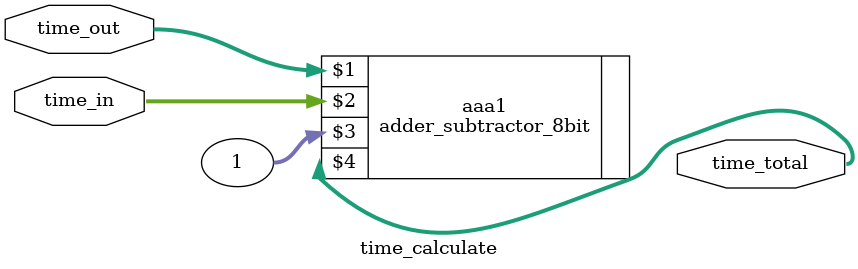
<source format=v>
/*--  *******************************************************
--  Computer Architecture Course, Laboratory Sources 
--  Amirkabir University of Technology (Tehran Polytechnic)
--  Department of Computer Engineering (CE-AUT)
--  https://ce[dot]aut[dot]ac[dot]ir
--  *******************************************************
--  All Rights reserved (C) 2021-2022
--  *******************************************************
--  Student ID  : 9931089
--  Student Name: Fatemeh Abdi n. 
--  Student Mail: fatemehabdina@gmail.com
--  *******************************************************
--  Additional Comments:
--
--*/

/*-----------------------------------------------------------
---  Module Name: time_calculate
-----------------------------------------------------------*/
`timescale 1 ns/1 ns
module time_calculate(
 time_out,
 time_in,
 time_total);
input [7:0] time_out;
input [7:0] time_in;
output [7:0] time_total;
 
adder_subtractor_8bit aaa1 (time_out , time_in , 1 , time_total,);
 
endmodule






</source>
